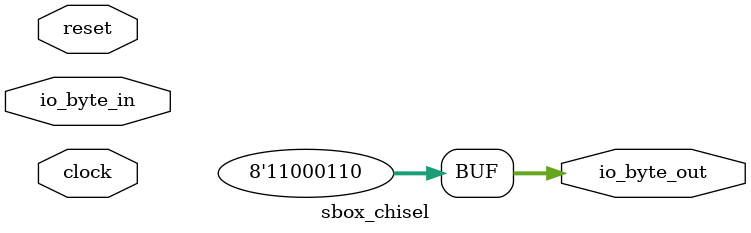
<source format=v>
module sbox_chisel(
  input        clock,
  input        reset,
  input  [7:0] io_byte_in,
  output [7:0] io_byte_out
);
  assign io_byte_out = 8'hc6; // @[cipher.scala 58:15]
endmodule

</source>
